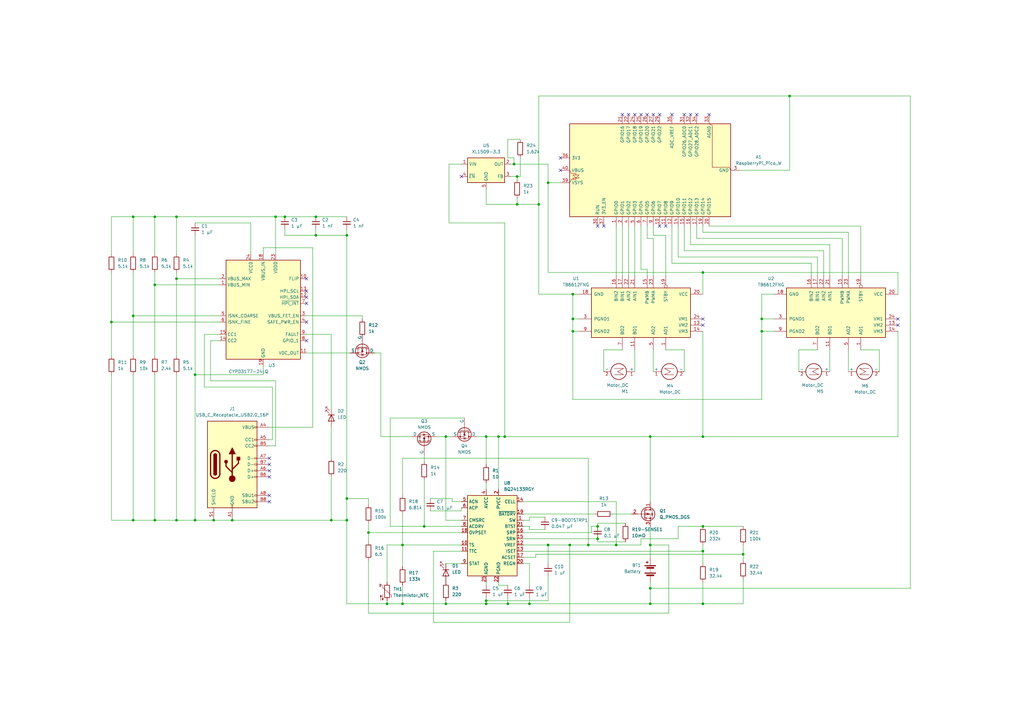
<source format=kicad_sch>
(kicad_sch (version 20250114) (generator "eeschema") (generator_version "9.0")
  (paper "A3")
  (lib_symbols
    (symbol "Battery_Management:BQ24133RGY"
      (property "Reference" "U" (at -8.89 19.05 0))
      (property "Value" "BQ24133RGY" (at 7.62 19.05 0))
      (symbol "BQ24133RGY_1_1"
        (pin input line (at -12.7 15.24 0) (length 2.54) (name "ACN") (number "5"))
        (pin input line (at -12.7 12.7 0) (length 2.54) (name "ACP") (number "6"))
        (pin output line (at -12.7 7.62 0) (length 2.54) (name "CMSRC") (number "7"))
        (pin output line (at -12.7 5.08 0) (length 2.54) (name "ACDRV") (number "8"))
        (pin input line (at -12.7 2.54 0) (length 2.54) (name "OVPSET") (number "18"))
        (pin input line (at -12.7 -2.54 0) (length 2.54) (name "TS") (number "10"))
        (pin passive line (at -12.7 -5.08 0) (length 2.54) (name "TTC") (number "11"))
        (pin open_collector line (at -12.7 -10.16 0) (length 2.54) (name "STAT") (number "9"))
        (pin power_in line (at -2.54 20.32 270) (length 2.54) (name "AVCC") (number "4"))
        (pin power_in line (at -2.54 -17.78 90) (length 2.54) (name "AGND") (number "25"))
        (pin power_in line (at 2.54 20.32 270) (length 2.54) (name "PVCC") (number "2"))
        (pin passive line (at 2.54 20.32 270) (length 2.54) (hide yes) (name "PVCC") (number "3"))
        (pin power_in line (at 2.54 -17.78 90) (length 2.54) (name "PGND") (number "22"))
        (pin passive line (at 2.54 -17.78 90) (length 2.54) (hide yes) (name "PGND") (number "23"))
        (pin passive line (at 12.7 15.24 180) (length 2.54) (name "CELL") (number "14"))
        (pin output line (at 12.7 10.16 180) (length 2.54) (name "~{BATDRV}") (number "19"))
        (pin power_out line (at 12.7 7.62 180) (length 2.54) (name "SW") (number "1"))
        (pin passive line (at 12.7 7.62 180) (length 2.54) (hide yes) (name "SW") (number "24"))
        (pin passive line (at 12.7 5.08 180) (length 2.54) (name "BTST") (number "21"))
        (pin input line (at 12.7 2.54 180) (length 2.54) (name "SRP") (number "16"))
        (pin input line (at 12.7 0 180) (length 2.54) (name "SRN") (number "15"))
        (pin power_out line (at 12.7 -2.54 180) (length 2.54) (name "VREF") (number "12"))
        (pin input line (at 12.7 -5.08 180) (length 2.54) (name "ISET") (number "13"))
        (pin input line (at 12.7 -7.62 180) (length 2.54) (name "ACSET") (number "17"))
        (pin passive line (at 12.7 -10.16 180) (length 2.54) (name "REGN") (number "20"))
      )
    )
    (symbol "Connector:USB_C_Receptacle_USB2.0_16P" (pin_names (offset 1.016))
      (property "Reference" "J" (at 0 22.225 0))
      (property "Value" "USB_C_Receptacle_USB2.0_16P" (at 0 19.685 0))
      (symbol "USB_C_Receptacle_USB2.0_16P_1_1"
        (pin passive line (at -7.62 -22.86 90) (length 5.08) (name "SHIELD") (number "S1"))
        (pin passive line (at 0 -22.86 90) (length 5.08) (name "GND") (number "A1"))
        (pin passive line (at 0 -22.86 90) (length 5.08) (hide yes) (name "GND") (number "A12"))
        (pin passive line (at 0 -22.86 90) (length 5.08) (hide yes) (name "GND") (number "B1"))
        (pin passive line (at 0 -22.86 90) (length 5.08) (hide yes) (name "GND") (number "B12"))
        (pin passive line (at 15.24 15.24 180) (length 5.08) (name "VBUS") (number "A4"))
        (pin passive line (at 15.24 15.24 180) (length 5.08) (hide yes) (name "VBUS") (number "A9"))
        (pin passive line (at 15.24 15.24 180) (length 5.08) (hide yes) (name "VBUS") (number "B4"))
        (pin passive line (at 15.24 15.24 180) (length 5.08) (hide yes) (name "VBUS") (number "B9"))
        (pin bidirectional line (at 15.24 10.16 180) (length 5.08) (name "CC1") (number "A5"))
        (pin bidirectional line (at 15.24 7.62 180) (length 5.08) (name "CC2") (number "B5"))
        (pin bidirectional line (at 15.24 2.54 180) (length 5.08) (name "D-") (number "A7"))
        (pin bidirectional line (at 15.24 0 180) (length 5.08) (name "D-") (number "B7"))
        (pin bidirectional line (at 15.24 -2.54 180) (length 5.08) (name "D+") (number "A6"))
        (pin bidirectional line (at 15.24 -5.08 180) (length 5.08) (name "D+") (number "B6"))
        (pin bidirectional line (at 15.24 -12.7 180) (length 5.08) (name "SBU1") (number "A8"))
        (pin bidirectional line (at 15.24 -15.24 180) (length 5.08) (name "SBU2") (number "B8"))
      )
    )
    (symbol "Device:Battery" (pin_numbers (hide yes)) (pin_names (offset 0) (hide yes))
      (property "Reference" "BT" (at 2.54 2.54 0))
      (property "Value" "Battery" (at 2.54 0 0))
      (symbol "Battery_1_1"
        (pin passive line (at 0 5.08 270) (length 2.54) (name "+") (number "1"))
        (pin passive line (at 0 -5.08 90) (length 2.54) (name "-") (number "2"))
      )
    )
    (symbol "Device:C_Small" (pin_numbers (hide yes)) (pin_names (offset 0.254) (hide yes))
      (property "Reference" "C" (at 0.254 1.778 0))
      (property "Value" "C_Small" (at 0.254 -2.032 0))
      (symbol "C_Small_1_1"
        (pin passive line (at 0 2.54 270) (length 2.032) (name "~") (number "1"))
        (pin passive line (at 0 -2.54 90) (length 2.032) (name "~") (number "2"))
      )
    )
    (symbol "Device:LED" (pin_numbers (hide yes)) (pin_names (offset 1.016) (hide yes))
      (property "Reference" "D" (at 0 2.54 0))
      (property "Value" "LED" (at 0 -2.54 0))
      (symbol "LED_1_1"
        (pin passive line (at -3.81 0 0) (length 2.54) (name "K") (number "1"))
        (pin passive line (at 3.81 0 180) (length 2.54) (name "A") (number "2"))
      )
    )
    (symbol "Device:R" (pin_numbers (hide yes)) (pin_names (offset 0))
      (property "Reference" "R" (at 2.032 0 90))
      (property "Value" "R" (at 0 0 90))
      (symbol "R_1_1"
        (pin passive line (at 0 3.81 270) (length 1.27) (name "~") (number "1"))
        (pin passive line (at 0 -3.81 90) (length 1.27) (name "~") (number "2"))
      )
    )
    (symbol "Device:Thermistor_NTC" (pin_numbers (hide yes)) (pin_names (offset 0))
      (property "Reference" "TH" (at -4.445 0 90))
      (property "Value" "Thermistor_NTC" (at 3.175 0 90))
      (symbol "Thermistor_NTC_1_1"
        (pin passive line (at 0 3.81 270) (length 1.27) (name "~") (number "1"))
        (pin passive line (at 0 -3.81 90) (length 1.27) (name "~") (number "2"))
      )
    )
    (symbol "Driver_Motor:TB6612FNG" (pin_names (offset 1.016))
      (property "Reference" "U" (at 11.43 17.78 0))
      (property "Value" "TB6612FNG" (at 11.43 15.24 0))
      (symbol "TB6612FNG_1_1"
        (pin input inverted (at -15.24 10.16 0) (length 5.08) (name "STBY") (number "19"))
        (pin input line (at -15.24 5.08 0) (length 5.08) (name "PWMA") (number "23"))
        (pin input line (at -15.24 2.54 0) (length 5.08) (name "PWMB") (number "15"))
        (pin input line (at -15.24 -2.54 0) (length 5.08) (name "AIN1") (number "21"))
        (pin input line (at -15.24 -5.08 0) (length 5.08) (name "AIN2") (number "22"))
        (pin input line (at -15.24 -7.62 0) (length 5.08) (name "BIN1") (number "17"))
        (pin input line (at -15.24 -10.16 0) (length 5.08) (name "BIN2") (number "16"))
        (pin power_in line (at -7.62 25.4 270) (length 5.08) (name "VCC") (number "20"))
        (pin power_in line (at -7.62 -25.4 90) (length 5.08) (name "GND") (number "18"))
        (pin power_in line (at 2.54 25.4 270) (length 5.08) (name "VM1") (number "24"))
        (pin power_in line (at 2.54 -25.4 90) (length 5.08) (name "PGND1") (number "3"))
        (pin passive line (at 2.54 -25.4 90) (length 5.08) (hide yes) (name "PGND1") (number "4"))
        (pin power_in line (at 5.08 25.4 270) (length 5.08) (name "VM2") (number "13"))
        (pin power_in line (at 7.62 25.4 270) (length 5.08) (name "VM3") (number "14"))
        (pin passive line (at 7.62 -25.4 90) (length 5.08) (hide yes) (name "PGND2") (number "10"))
        (pin power_in line (at 7.62 -25.4 90) (length 5.08) (name "PGND2") (number "9"))
        (pin output line (at 15.24 10.16 180) (length 5.08) (name "AO1") (number "1"))
        (pin passive line (at 15.24 10.16 180) (length 5.08) (hide yes) (name "AO1") (number "2"))
        (pin output line (at 15.24 5.08 180) (length 5.08) (name "AO2") (number "5"))
        (pin passive line (at 15.24 5.08 180) (length 5.08) (hide yes) (name "AO2") (number "6"))
        (pin output line (at 15.24 -2.54 180) (length 5.08) (name "BO1") (number "11"))
        (pin passive line (at 15.24 -2.54 180) (length 5.08) (hide yes) (name "BO1") (number "12"))
        (pin output line (at 15.24 -7.62 180) (length 5.08) (name "BO2") (number "7"))
        (pin passive line (at 15.24 -7.62 180) (length 5.08) (hide yes) (name "BO2") (number "8"))
      )
    )
    (symbol "Interface_USB:CYPD3177-24LQ"
      (property "Reference" "U" (at -13.97 21.59 0))
      (property "Value" "CYPD3177-24LQ" (at 10.16 -21.59 0))
      (symbol "CYPD3177-24LQ_1_1"
        (pin input line (at -17.78 12.7 0) (length 2.54) (name "VBUS_MAX") (number "2"))
        (pin input line (at -17.78 10.16 0) (length 2.54) (name "VBUS_MIN") (number "1"))
        (pin input line (at -17.78 -2.54 0) (length 2.54) (name "ISNK_COARSE") (number "5"))
        (pin input line (at -17.78 -5.08 0) (length 2.54) (name "ISNK_FINE") (number "6"))
        (pin bidirectional line (at -17.78 -10.16 0) (length 2.54) (name "CC1") (number "15"))
        (pin bidirectional line (at -17.78 -12.7 0) (length 2.54) (name "CC2") (number "14"))
        (pin no_connect line (at -15.24 5.08 0) (length 2.54) (hide yes) (name "NC") (number "17"))
        (pin no_connect line (at -15.24 2.54 0) (length 2.54) (hide yes) (name "NC") (number "16"))
        (pin power_out line (at -5.08 22.86 270) (length 2.54) (name "VCCD") (number "24"))
        (pin power_in line (at 0 22.86 270) (length 2.54) (name "VBUS_IN") (number "18"))
        (pin power_in line (at 0 -22.86 90) (length 2.54) (name "GND") (number "19"))
        (pin passive line (at 0 -22.86 90) (length 2.54) (hide yes) (name "GND") (number "22"))
        (pin passive line (at 0 -22.86 90) (length 2.54) (hide yes) (name "GND") (number "25"))
        (pin power_out line (at 5.08 22.86 270) (length 2.54) (name "VDDD") (number "23"))
        (pin no_connect line (at 15.24 17.78 180) (length 2.54) (hide yes) (name "NC") (number "20"))
        (pin no_connect line (at 15.24 15.24 180) (length 2.54) (hide yes) (name "NC") (number "21"))
        (pin output line (at 17.78 12.7 180) (length 2.54) (name "FLIP") (number "10"))
        (pin bidirectional line (at 17.78 7.62 180) (length 2.54) (name "HPI_SCL") (number "13"))
        (pin bidirectional line (at 17.78 5.08 180) (length 2.54) (name "HPI_SDA") (number "12"))
        (pin input line (at 17.78 2.54 180) (length 2.54) (name "~{HPI_INT}") (number "7"))
        (pin output line (at 17.78 -2.54 180) (length 2.54) (name "VBUS_FET_EN") (number "3"))
        (pin output line (at 17.78 -5.08 180) (length 2.54) (name "SAFE_PWR_EN") (number "4"))
        (pin output line (at 17.78 -10.16 180) (length 2.54) (name "FAULT") (number "9"))
        (pin bidirectional line (at 17.78 -12.7 180) (length 2.54) (name "GPIO_1") (number "8"))
        (pin output line (at 17.78 -17.78 180) (length 2.54) (name "VDC_OUT") (number "11"))
      )
    )
    (symbol "MCU_Module:RaspberryPi_Pico_W" (pin_names (offset 0.762))
      (property "Reference" "A" (at -19.05 35.56 0))
      (property "Value" "RaspberryPi_Pico_W" (at 7.62 35.56 0))
      (symbol "RaspberryPi_Pico_W_1_1"
        (pin passive line (at -22.86 22.86 0) (length 3.81) (name "RUN") (number "30"))
        (pin passive line (at -22.86 20.32 0) (length 3.81) (name "3V3_EN") (number "37"))
        (pin bidirectional line (at -22.86 15.24 0) (length 3.81) (name "GPIO0") (number "1"))
        (pin bidirectional line (at -22.86 12.7 0) (length 3.81) (name "GPIO1") (number "2"))
        (pin bidirectional line (at -22.86 10.16 0) (length 3.81) (name "GPIO2") (number "4"))
        (pin bidirectional line (at -22.86 7.62 0) (length 3.81) (name "GPIO3") (number "5"))
        (pin bidirectional line (at -22.86 5.08 0) (length 3.81) (name "GPIO4") (number "6"))
        (pin bidirectional line (at -22.86 2.54 0) (length 3.81) (name "GPIO5") (number "7"))
        (pin bidirectional line (at -22.86 0 0) (length 3.81) (name "GPIO6") (number "9"))
        (pin bidirectional line (at -22.86 -2.54 0) (length 3.81) (name "GPIO7") (number "10"))
        (pin bidirectional line (at -22.86 -5.08 0) (length 3.81) (name "GPIO8") (number "11"))
        (pin bidirectional line (at -22.86 -7.62 0) (length 3.81) (name "GPIO9") (number "12"))
        (pin bidirectional line (at -22.86 -10.16 0) (length 3.81) (name "GPIO10") (number "14"))
        (pin bidirectional line (at -22.86 -12.7 0) (length 3.81) (name "GPIO11") (number "15"))
        (pin bidirectional line (at -22.86 -15.24 0) (length 3.81) (name "GPIO12") (number "16"))
        (pin bidirectional line (at -22.86 -17.78 0) (length 3.81) (name "GPIO13") (number "17"))
        (pin bidirectional line (at -22.86 -20.32 0) (length 3.81) (name "GPIO14") (number "19"))
        (pin bidirectional line (at -22.86 -22.86 0) (length 3.81) (name "GPIO15") (number "20"))
        (pin power_in line (at -5.08 38.1 270) (length 3.81) (name "VSYS") (number "39"))
        (pin power_out line (at 0 38.1 270) (length 3.81) (name "VBUS") (number "40"))
        (pin passive line (at 0 -35.56 90) (length 3.81) (hide yes) (name "GND") (number "13"))
        (pin passive line (at 0 -35.56 90) (length 3.81) (hide yes) (name "GND") (number "18"))
        (pin passive line (at 0 -35.56 90) (length 3.81) (hide yes) (name "GND") (number "23"))
        (pin passive line (at 0 -35.56 90) (length 3.81) (hide yes) (name "GND") (number "28"))
        (pin power_out line (at 0 -35.56 90) (length 3.81) (name "GND") (number "3"))
        (pin passive line (at 0 -35.56 90) (length 3.81) (hide yes) (name "GND") (number "38"))
        (pin passive line (at 0 -35.56 90) (length 3.81) (hide yes) (name "GND") (number "8"))
        (pin power_out line (at 5.08 38.1 270) (length 3.81) (name "3V3") (number "36"))
        (pin bidirectional line (at 22.86 12.7 180) (length 3.81) (name "GPIO16") (number "21"))
        (pin bidirectional line (at 22.86 10.16 180) (length 3.81) (name "GPIO17") (number "22"))
        (pin bidirectional line (at 22.86 7.62 180) (length 3.81) (name "GPIO18") (number "24"))
        (pin bidirectional line (at 22.86 5.08 180) (length 3.81) (name "GPIO19") (number "25"))
        (pin bidirectional line (at 22.86 2.54 180) (length 3.81) (name "GPIO20") (number "26"))
        (pin bidirectional line (at 22.86 0 180) (length 3.81) (name "GPIO21") (number "27"))
        (pin bidirectional line (at 22.86 -2.54 180) (length 3.81) (name "GPIO22") (number "29"))
        (pin power_in line (at 22.86 -7.62 180) (length 3.81) (name "ADC_VREF") (number "35"))
        (pin bidirectional line (at 22.86 -12.7 180) (length 3.81) (name "GPIO26_ADC0") (number "31"))
        (pin bidirectional line (at 22.86 -15.24 180) (length 3.81) (name "GPIO27_ADC1") (number "32"))
        (pin bidirectional line (at 22.86 -17.78 180) (length 3.81) (name "GPIO28_ADC2") (number "34"))
        (pin power_out line (at 22.86 -22.86 180) (length 3.81) (name "AGND") (number "33"))
      )
    )
    (symbol "Motor:Motor_DC" (pin_names (offset 0))
      (property "Reference" "M" (at 2.54 2.54 0))
      (property "Value" "Motor_DC" (at 2.54 -5.08 0))
      (symbol "Motor_DC_1_1"
        (pin passive line (at 0 5.08 270) (length 2.54) (name "+") (number "1"))
        (pin passive line (at 0 -7.62 90) (length 2.54) (name "-") (number "2"))
      )
    )
    (symbol "Regulator_Switching:XL1509-3.3"
      (property "Reference" "U" (at -7.112 6.096 0))
      (property "Value" "XL1509-3.3" (at 5.842 6.096 0))
      (symbol "XL1509-3.3_1_1"
        (pin power_in line (at -10.16 2.54 0) (length 2.54) (name "VIN") (number "1"))
        (pin input line (at -10.16 -2.54 0) (length 2.54) (name "~{EN}") (number "4"))
        (pin power_in line (at 0 -7.62 90) (length 2.54) (name "GND") (number "5"))
        (pin passive line (at 0 -7.62 90) (length 2.54) (hide yes) (name "GND") (number "6"))
        (pin passive line (at 0 -7.62 90) (length 2.54) (hide yes) (name "GND") (number "7"))
        (pin passive line (at 0 -7.62 90) (length 2.54) (hide yes) (name "GND") (number "8"))
        (pin power_out line (at 10.16 2.54 180) (length 2.54) (name "OUT") (number "2"))
        (pin input line (at 10.16 -2.54 180) (length 2.54) (name "FB") (number "3"))
      )
    )
    (symbol "Simulation_SPICE:NMOS" (pin_numbers (hide yes)) (pin_names (offset 0))
      (property "Reference" "Q" (at 5.08 1.27 0))
      (property "Value" "NMOS" (at 5.08 -1.27 0))
      (symbol "NMOS_1_1"
        (pin input line (at -5.08 0 0) (length 2.54) (name "G") (number "2"))
        (pin passive line (at 2.54 5.08 270) (length 2.54) (name "D") (number "1"))
        (pin passive line (at 2.54 -5.08 90) (length 2.54) (name "S") (number "3"))
      )
    )
    (symbol "Transistor_FET:Q_PMOS_DGS" (pin_names (offset 0) (hide yes))
      (property "Reference" "Q" (at 5.08 1.905 0))
      (property "Value" "Q_PMOS_DGS" (at 5.08 0 0))
      (symbol "Q_PMOS_DGS_1_1"
        (pin input line (at -5.08 0 0) (length 2.54) (name "G") (number "2"))
        (pin passive line (at 2.54 5.08 270) (length 2.54) (name "D") (number "1"))
        (pin passive line (at 2.54 -5.08 90) (length 2.54) (name "S") (number "3"))
      )
    )
  )
  (junction (at 54.61 213.36))
  (junction (at 210.82 67.31))
  (junction (at 312.42 130.81))
  (junction (at 87.63 213.36))
  (junction (at 182.88 179.07))
  (junction (at 288.29 215.9))
  (junction (at 199.39 179.07))
  (junction (at 72.39 213.36))
  (junction (at 208.28 247.65))
  (junction (at 95.25 213.36))
  (junction (at 142.24 96.52))
  (junction (at 288.29 179.07))
  (junction (at 220.98 83.82))
  (junction (at 288.29 226.06))
  (junction (at 288.29 111.76))
  (junction (at 129.54 96.52))
  (junction (at 54.61 88.9))
  (junction (at 323.85 39.37))
  (junction (at 165.1 223.52))
  (junction (at 72.39 88.9))
  (junction (at 241.3 223.52))
  (junction (at 63.5 213.36))
  (junction (at 54.61 129.54))
  (junction (at 245.11 215.9))
  (junction (at 165.1 247.65))
  (junction (at 182.88 247.65))
  (junction (at 158.75 247.65))
  (junction (at 233.68 223.52))
  (junction (at 266.7 179.07))
  (junction (at 173.99 215.9))
  (junction (at 212.09 83.82))
  (junction (at 234.95 120.65))
  (junction (at 142.24 213.36))
  (junction (at 252.73 223.52))
  (junction (at 80.01 153.67))
  (junction (at 224.79 223.52))
  (junction (at 266.7 223.52))
  (junction (at 304.8 227.33))
  (junction (at 45.72 132.08))
  (junction (at 63.5 88.9))
  (junction (at 116.84 88.9))
  (junction (at 266.7 241.3))
  (junction (at 224.79 74.93))
  (junction (at 207.01 179.07))
  (junction (at 212.09 72.39))
  (junction (at 113.03 88.9))
  (junction (at 151.13 218.44))
  (junction (at 72.39 114.3))
  (junction (at 266.7 247.65))
  (junction (at 142.24 204.47))
  (junction (at 217.17 247.65))
  (junction (at 245.11 220.98))
  (junction (at 129.54 88.9))
  (junction (at 288.29 247.65))
  (junction (at 63.5 116.84))
  (junction (at 234.95 130.81))
  (junction (at 135.89 213.36))
  (junction (at 80.01 213.36))
  (junction (at 234.95 135.89))
  (junction (at 199.39 247.65))
  (junction (at 199.39 246.38))
  (junction (at 204.47 179.07))
  (junction (at 312.42 135.89))
  (no_connect (at 262.89 46.99))
  (no_connect (at 273.05 92.71))
  (no_connect (at 368.3 130.81))
  (no_connect (at 280.67 46.99))
  (no_connect (at 110.49 203.2))
  (no_connect (at 257.81 46.99))
  (no_connect (at 288.29 133.35))
  (no_connect (at 247.65 92.71))
  (no_connect (at 125.73 132.08))
  (no_connect (at 110.49 190.5))
  (no_connect (at 270.51 46.99))
  (no_connect (at 275.59 46.99))
  (no_connect (at 255.27 46.99))
  (no_connect (at 110.49 205.74))
  (no_connect (at 285.75 46.99))
  (no_connect (at 229.87 69.85))
  (no_connect (at 245.11 92.71))
  (no_connect (at 125.73 114.3))
  (no_connect (at 270.51 92.71))
  (no_connect (at 125.73 139.7))
  (no_connect (at 288.29 130.81))
  (no_connect (at 265.43 46.99))
  (no_connect (at 368.3 133.35))
  (no_connect (at 189.23 72.39))
  (no_connect (at 260.35 46.99))
  (no_connect (at 125.73 121.92))
  (no_connect (at 267.97 46.99))
  (no_connect (at 110.49 195.58))
  (no_connect (at 110.49 187.96))
  (no_connect (at 125.73 119.38))
  (no_connect (at 229.87 64.77))
  (no_connect (at 283.21 46.99))
  (no_connect (at 110.49 193.04))
  (no_connect (at 290.83 46.99))
  (no_connect (at 125.73 124.46))
  (wire (pts (xy 204.47 179.07) (xy 207.01 179.07)))
  (wire (pts (xy 176.53 209.55) (xy 189.23 209.55)))
  (wire (pts (xy 125.73 129.54) (xy 148.59 129.54)))
  (wire (pts (xy 214.63 210.82) (xy 243.84 210.82)))
  (wire (pts (xy 373.38 241.3) (xy 373.38 39.37)))
  (wire (pts (xy 204.47 240.03) (xy 204.47 238.76)))
  (wire (pts (xy 208.28 240.03) (xy 204.47 240.03)))
  (wire (pts (xy 113.03 156.21) (xy 113.03 182.88)))
  (wire (pts (xy 54.61 129.54) (xy 54.61 146.05)))
  (wire (pts (xy 158.75 247.65) (xy 165.1 247.65)))
  (wire (pts (xy 290.83 92.71) (xy 353.06 92.71)))
  (wire (pts (xy 107.95 101.6) (xy 128.27 101.6)))
  (wire (pts (xy 213.36 72.39) (xy 212.09 72.39)))
  (wire (pts (xy 153.67 144.78) (xy 156.21 144.78)))
  (wire (pts (xy 347.98 95.25) (xy 288.29 95.25)))
  (wire (pts (xy 210.82 64.77) (xy 208.28 64.77)))
  (wire (pts (xy 288.29 111.76) (xy 288.29 120.65)))
  (wire (pts (xy 214.63 220.98) (xy 245.11 220.98)))
  (wire (pts (xy 288.29 226.06) (xy 288.29 231.14)))
  (wire (pts (xy 245.11 214.63) (xy 245.11 215.9)))
  (wire (pts (xy 45.72 111.76) (xy 45.72 132.08)))
  (wire (pts (xy 327.66 143.51) (xy 335.28 143.51)))
  (wire (pts (xy 160.02 215.9) (xy 160.02 171.45)))
  (wire (pts (xy 142.24 247.65) (xy 158.75 247.65)))
  (wire (pts (xy 54.61 213.36) (xy 63.5 213.36)))
  (wire (pts (xy 317.5 120.65) (xy 312.42 120.65)))
  (wire (pts (xy 347.98 113.03) (xy 347.98 95.25)))
  (wire (pts (xy 45.72 88.9) (xy 45.72 104.14)))
  (wire (pts (xy 185.42 204.47) (xy 176.53 204.47)))
  (wire (pts (xy 111.76 158.75) (xy 111.76 180.34)))
  (wire (pts (xy 158.75 223.52) (xy 158.75 238.76)))
  (wire (pts (xy 135.89 195.58) (xy 135.89 213.36)))
  (wire (pts (xy 340.36 100.33) (xy 340.36 113.03)))
  (wire (pts (xy 266.7 179.07) (xy 288.29 179.07)))
  (wire (pts (xy 182.88 179.07) (xy 185.42 179.07)))
  (wire (pts (xy 165.1 240.03) (xy 165.1 247.65)))
  (wire (pts (xy 280.67 102.87) (xy 280.67 92.71)))
  (wire (pts (xy 278.13 220.98) (xy 278.13 215.9)))
  (wire (pts (xy 233.68 255.27) (xy 233.68 223.52)))
  (wire (pts (xy 135.89 213.36) (xy 142.24 213.36)))
  (wire (pts (xy 184.15 67.31) (xy 189.23 67.31)))
  (wire (pts (xy 189.23 205.74) (xy 185.42 205.74)))
  (wire (pts (xy 212.09 81.28) (xy 212.09 83.82)))
  (wire (pts (xy 275.59 107.95) (xy 275.59 92.71)))
  (wire (pts (xy 214.63 213.36) (xy 217.17 213.36)))
  (wire (pts (xy 368.3 135.89) (xy 368.3 179.07)))
  (wire (pts (xy 45.72 213.36) (xy 54.61 213.36)))
  (wire (pts (xy 247.65 143.51) (xy 247.65 152.4)))
  (wire (pts (xy 288.29 223.52) (xy 288.29 226.06)))
  (wire (pts (xy 86.36 156.21) (xy 113.03 156.21)))
  (wire (pts (xy 173.99 215.9) (xy 160.02 215.9)))
  (wire (pts (xy 165.1 247.65) (xy 182.88 247.65)))
  (wire (pts (xy 285.75 97.79) (xy 345.44 97.79)))
  (wire (pts (xy 312.42 130.81) (xy 312.42 135.89)))
  (wire (pts (xy 247.65 143.51) (xy 255.27 143.51)))
  (wire (pts (xy 142.24 204.47) (xy 142.24 213.36)))
  (wire (pts (xy 107.95 153.67) (xy 80.01 153.67)))
  (wire (pts (xy 165.1 223.52) (xy 165.1 232.41)))
  (wire (pts (xy 83.82 137.16) (xy 83.82 158.75)))
  (wire (pts (xy 156.21 144.78) (xy 156.21 179.07)))
  (wire (pts (xy 234.95 120.65) (xy 237.49 120.65)))
  (wire (pts (xy 199.39 83.82) (xy 212.09 83.82)))
  (wire (pts (xy 129.54 88.9) (xy 142.24 88.9)))
  (wire (pts (xy 256.54 222.25) (xy 245.11 222.25)))
  (wire (pts (xy 260.35 92.71) (xy 260.35 113.03)))
  (wire (pts (xy 353.06 92.71) (xy 353.06 113.03)))
  (wire (pts (xy 256.54 214.63) (xy 245.11 214.63)))
  (wire (pts (xy 224.79 246.38) (xy 224.79 236.22)))
  (wire (pts (xy 199.39 245.11) (xy 199.39 246.38)))
  (wire (pts (xy 63.5 111.76) (xy 63.5 116.84)))
  (wire (pts (xy 72.39 114.3) (xy 90.17 114.3)))
  (wire (pts (xy 182.88 179.07) (xy 182.88 213.36)))
  (wire (pts (xy 266.7 223.52) (xy 266.7 228.6)))
  (wire (pts (xy 45.72 153.67) (xy 45.72 213.36)))
  (wire (pts (xy 209.55 67.31) (xy 210.82 67.31)))
  (wire (pts (xy 182.88 213.36) (xy 189.23 213.36)))
  (wire (pts (xy 217.17 247.65) (xy 266.7 247.65)))
  (wire (pts (xy 148.59 129.54) (xy 148.59 130.81)))
  (wire (pts (xy 63.5 88.9) (xy 63.5 104.14)))
  (wire (pts (xy 210.82 67.31) (xy 210.82 64.77)))
  (wire (pts (xy 208.28 64.77) (xy 208.28 57.15)))
  (wire (pts (xy 125.73 144.78) (xy 143.51 144.78)))
  (wire (pts (xy 257.81 92.71) (xy 257.81 113.03)))
  (wire (pts (xy 260.35 143.51) (xy 260.35 152.4)))
  (wire (pts (xy 90.17 139.7) (xy 86.36 139.7)))
  (wire (pts (xy 135.89 175.26) (xy 135.89 187.96)))
  (wire (pts (xy 111.76 180.34) (xy 110.49 180.34)))
  (wire (pts (xy 80.01 213.36) (xy 87.63 213.36)))
  (wire (pts (xy 107.95 149.86) (xy 107.95 153.67)))
  (wire (pts (xy 245.11 215.9) (xy 242.57 215.9)))
  (wire (pts (xy 241.3 223.52) (xy 233.68 223.52)))
  (wire (pts (xy 224.79 223.52) (xy 233.68 223.52)))
  (wire (pts (xy 207.01 91.44) (xy 184.15 91.44)))
  (wire (pts (xy 262.89 220.98) (xy 278.13 220.98)))
  (wire (pts (xy 182.88 247.65) (xy 199.39 247.65)))
  (wire (pts (xy 220.98 39.37) (xy 220.98 83.82)))
  (wire (pts (xy 304.8 223.52) (xy 304.8 227.33)))
  (wire (pts (xy 204.47 179.07) (xy 204.47 200.66)))
  (wire (pts (xy 45.72 88.9) (xy 54.61 88.9)))
  (wire (pts (xy 241.3 187.96) (xy 241.3 223.52)))
  (wire (pts (xy 165.1 223.52) (xy 165.1 210.7554)))
  (wire (pts (xy 177.8 255.27) (xy 233.68 255.27)))
  (wire (pts (xy 278.13 92.71) (xy 278.13 105.41)))
  (wire (pts (xy 72.39 88.9) (xy 72.39 104.14)))
  (wire (pts (xy 209.55 72.39) (xy 212.09 72.39)))
  (wire (pts (xy 252.73 205.74) (xy 252.73 223.52)))
  (wire (pts (xy 288.29 215.9) (xy 304.8 215.9)))
  (wire (pts (xy 335.28 105.41) (xy 335.28 113.03)))
  (wire (pts (xy 54.61 153.67) (xy 54.61 213.36)))
  (wire (pts (xy 223.52 217.17) (xy 217.17 217.17)))
  (wire (pts (xy 151.13 218.44) (xy 189.23 218.44)))
  (wire (pts (xy 107.95 104.14) (xy 107.95 101.6)))
  (wire (pts (xy 95.25 213.36) (xy 135.89 213.36)))
  (wire (pts (xy 102.87 91.44) (xy 80.01 91.44)))
  (wire (pts (xy 151.13 207.01) (xy 151.13 204.47)))
  (wire (pts (xy 208.28 245.11) (xy 208.28 247.65)))
  (wire (pts (xy 135.89 137.16) (xy 125.73 137.16)))
  (wire (pts (xy 165.1 223.52) (xy 189.23 223.52)))
  (wire (pts (xy 151.13 204.47) (xy 142.24 204.47)))
  (wire (pts (xy 337.82 102.87) (xy 280.67 102.87)))
  (wire (pts (xy 288.29 179.07) (xy 368.3 179.07)))
  (wire (pts (xy 63.5 116.84) (xy 63.5 146.05)))
  (wire (pts (xy 128.27 175.26) (xy 110.49 175.26)))
  (wire (pts (xy 158.75 246.38) (xy 158.75 247.65)))
  (wire (pts (xy 347.98 143.51) (xy 347.98 152.4)))
  (wire (pts (xy 288.29 111.76) (xy 368.3 111.76)))
  (wire (pts (xy 142.24 96.52) (xy 142.24 204.47)))
  (wire (pts (xy 199.39 198.12) (xy 199.39 200.66)))
  (wire (pts (xy 323.85 39.37) (xy 220.98 39.37)))
  (wire (pts (xy 266.7 215.9) (xy 266.7 223.52)))
  (wire (pts (xy 252.73 92.71) (xy 252.73 113.03)))
  (wire (pts (xy 54.61 88.9) (xy 54.61 104.14)))
  (wire (pts (xy 83.82 158.75) (xy 111.76 158.75)))
  (wire (pts (xy 217.17 212.09) (xy 223.52 212.09)))
  (wire (pts (xy 312.42 135.89) (xy 317.5 135.89)))
  (wire (pts (xy 72.39 213.36) (xy 80.01 213.36)))
  (wire (pts (xy 110.49 182.88) (xy 113.03 182.88)))
  (wire (pts (xy 195.58 179.07) (xy 199.39 179.07)))
  (wire (pts (xy 165.1 203.1354) (xy 165.1 187.96)))
  (wire (pts (xy 72.39 114.3) (xy 72.39 146.05)))
  (wire (pts (xy 274.32 251.46) (xy 274.32 223.52)))
  (wire (pts (xy 199.39 247.65) (xy 208.28 247.65)))
  (wire (pts (xy 207.01 91.44) (xy 207.01 179.07)))
  (wire (pts (xy 217.17 231.14) (xy 214.63 231.14)))
  (wire (pts (xy 304.8 227.33) (xy 304.8 229.87)))
  (wire (pts (xy 266.7 241.3) (xy 373.38 241.3)))
  (wire (pts (xy 199.39 190.5) (xy 199.39 179.07)))
  (wire (pts (xy 72.39 111.76) (xy 72.39 114.3)))
  (wire (pts (xy 340.36 143.51) (xy 340.36 152.4)))
  (wire (pts (xy 252.73 223.52) (xy 262.89 223.52)))
  (wire (pts (xy 63.5 213.36) (xy 72.39 213.36)))
  (wire (pts (xy 303.53 69.85) (xy 323.85 69.85)))
  (wire (pts (xy 185.42 205.74) (xy 185.42 204.47)))
  (wire (pts (xy 90.17 137.16) (xy 83.82 137.16)))
  (wire (pts (xy 45.72 132.08) (xy 45.72 146.05)))
  (wire (pts (xy 214.63 205.74) (xy 252.73 205.74)))
  (wire (pts (xy 72.39 153.67) (xy 72.39 213.36)))
  (wire (pts (xy 267.97 92.71) (xy 267.97 96.52)))
  (wire (pts (xy 182.88 231.14) (xy 189.23 231.14)))
  (wire (pts (xy 199.39 77.47) (xy 199.39 83.82)))
  (wire (pts (xy 177.8 226.06) (xy 177.8 255.27)))
  (wire (pts (xy 158.75 223.52) (xy 165.1 223.52)))
  (wire (pts (xy 142.24 213.36) (xy 142.24 247.65)))
  (wire (pts (xy 129.54 96.52) (xy 142.24 96.52)))
  (wire (pts (xy 72.39 88.9) (xy 63.5 88.9)))
  (wire (pts (xy 234.95 130.81) (xy 234.95 120.65)))
  (wire (pts (xy 63.5 88.9) (xy 54.61 88.9)))
  (wire (pts (xy 220.98 120.65) (xy 234.95 120.65)))
  (wire (pts (xy 208.28 57.15) (xy 213.36 57.15)))
  (wire (pts (xy 234.95 130.81) (xy 237.49 130.81)))
  (wire (pts (xy 266.7 205.74) (xy 266.7 179.07)))
  (wire (pts (xy 304.8 227.33) (xy 219.71 227.33)))
  (wire (pts (xy 135.89 137.16) (xy 135.89 167.64)))
  (wire (pts (xy 208.28 247.65) (xy 217.17 247.65)))
  (wire (pts (xy 234.95 135.89) (xy 237.49 135.89)))
  (wire (pts (xy 265.43 97.79) (xy 267.97 97.79)))
  (wire (pts (xy 217.17 245.11) (xy 217.17 247.65)))
  (wire (pts (xy 184.15 91.44) (xy 184.15 67.31)))
  (wire (pts (xy 332.74 107.95) (xy 275.59 107.95)))
  (wire (pts (xy 234.95 135.89) (xy 234.95 130.81)))
  (wire (pts (xy 63.5 153.67) (xy 63.5 213.36)))
  (wire (pts (xy 304.8 247.65) (xy 288.29 247.65)))
  (wire (pts (xy 288.29 135.89) (xy 288.29 179.07)))
  (wire (pts (xy 128.27 101.6) (xy 128.27 175.26)))
  (wire (pts (xy 219.71 227.33) (xy 219.71 228.6)))
  (wire (pts (xy 234.95 163.83) (xy 234.95 135.89)))
  (wire (pts (xy 199.39 246.38) (xy 224.79 246.38)))
  (wire (pts (xy 273.05 96.52) (xy 273.05 113.03)))
  (wire (pts (xy 156.21 179.07) (xy 168.91 179.07)))
  (wire (pts (xy 285.75 92.71) (xy 285.75 97.79)))
  (wire (pts (xy 113.03 88.9) (xy 116.84 88.9)))
  (wire (pts (xy 210.82 67.31) (xy 224.79 67.31)))
  (wire (pts (xy 90.17 132.08) (xy 45.72 132.08)))
  (wire (pts (xy 151.13 251.46) (xy 274.32 251.46)))
  (wire (pts (xy 262.89 110.49) (xy 265.43 110.49)))
  (wire (pts (xy 224.79 67.31) (xy 224.79 74.93)))
  (wire (pts (xy 278.13 215.9) (xy 288.29 215.9)))
  (wire (pts (xy 267.97 143.51) (xy 267.97 152.4)))
  (wire (pts (xy 224.79 111.76) (xy 288.29 111.76)))
  (wire (pts (xy 265.43 110.49) (xy 265.43 113.03)))
  (wire (pts (xy 262.89 223.52) (xy 262.89 220.98)))
  (wire (pts (xy 207.01 179.07) (xy 266.7 179.07)))
  (wire (pts (xy 368.3 111.76) (xy 368.3 120.65)))
  (wire (pts (xy 283.21 92.71) (xy 283.21 100.33)))
  (wire (pts (xy 189.23 209.55) (xy 189.23 208.28)))
  (wire (pts (xy 87.63 213.36) (xy 95.25 213.36)))
  (wire (pts (xy 213.36 64.77) (xy 213.36 72.39)))
  (wire (pts (xy 214.63 226.06) (xy 288.29 226.06)))
  (wire (pts (xy 255.27 92.71) (xy 255.27 113.03)))
  (wire (pts (xy 242.57 218.44) (xy 214.63 218.44)))
  (wire (pts (xy 86.36 139.7) (xy 86.36 156.21)))
  (wire (pts (xy 199.39 238.76) (xy 199.39 240.03)))
  (wire (pts (xy 173.99 215.9) (xy 189.23 215.9)))
  (wire (pts (xy 266.7 247.65) (xy 288.29 247.65)))
  (wire (pts (xy 173.99 215.9) (xy 173.99 196.85)))
  (wire (pts (xy 189.23 226.06) (xy 177.8 226.06)))
  (wire (pts (xy 173.99 186.69) (xy 173.99 189.23)))
  (wire (pts (xy 332.74 113.03) (xy 332.74 107.95)))
  (wire (pts (xy 278.13 105.41) (xy 335.28 105.41)))
  (wire (pts (xy 267.97 97.79) (xy 267.97 113.03)))
  (wire (pts (xy 288.29 95.25) (xy 288.29 92.71)))
  (wire (pts (xy 323.85 69.85) (xy 323.85 39.37)))
  (wire (pts (xy 165.1 187.96) (xy 241.3 187.96)))
  (wire (pts (xy 116.84 88.9) (xy 129.54 88.9)))
  (wire (pts (xy 234.95 163.83) (xy 312.42 163.83)))
  (wire (pts (xy 219.71 228.6) (xy 214.63 228.6)))
  (wire (pts (xy 54.61 111.76) (xy 54.61 129.54)))
  (wire (pts (xy 267.97 96.52) (xy 273.05 96.52)))
  (wire (pts (xy 273.05 143.51) (xy 280.67 143.51)))
  (wire (pts (xy 266.7 241.3) (xy 266.7 247.65)))
  (wire (pts (xy 262.89 92.71) (xy 262.89 110.49)))
  (wire (pts (xy 373.38 39.37) (xy 323.85 39.37)))
  (wire (pts (xy 327.66 152.4) (xy 327.66 143.51)))
  (wire (pts (xy 251.46 210.82) (xy 259.08 210.82)))
  (wire (pts (xy 199.39 246.38) (xy 199.39 247.65)))
  (wire (pts (xy 337.82 113.03) (xy 337.82 102.87)))
  (wire (pts (xy 151.13 214.63) (xy 151.13 218.44)))
  (wire (pts (xy 113.03 88.9) (xy 113.03 104.14)))
  (wire (pts (xy 116.84 96.52) (xy 129.54 96.52)))
  (wire (pts (xy 80.01 153.67) (xy 80.01 213.36)))
  (wire (pts (xy 151.13 229.87) (xy 151.13 251.46)))
  (wire (pts (xy 245.11 215.9) (xy 245.11 220.98)))
  (wire (pts (xy 179.07 179.07) (xy 182.88 179.07)))
  (wire (pts (xy 312.42 130.81) (xy 317.5 130.81)))
  (wire (pts (xy 353.06 143.51) (xy 360.68 143.51)))
  (wire (pts (xy 160.02 171.45) (xy 190.5 171.45)))
  (wire (pts (xy 312.42 135.89) (xy 312.42 163.83)))
  (wire (pts (xy 217.17 213.36) (xy 217.17 212.09)))
  (wire (pts (xy 242.57 215.9) (xy 242.57 218.44)))
  (wire (pts (xy 151.13 218.44) (xy 151.13 222.25)))
  (wire (pts (xy 224.79 231.14) (xy 224.79 223.52)))
  (wire (pts (xy 280.67 143.51) (xy 280.67 152.4)))
  (wire (pts (xy 304.8 237.49) (xy 304.8 247.65)))
  (wire (pts (xy 312.42 120.65) (xy 312.42 130.81)))
  (wire (pts (xy 360.68 143.51) (xy 360.68 152.4)))
  (wire (pts (xy 220.98 83.82) (xy 220.98 120.65)))
  (wire (pts (xy 245.11 222.25) (xy 245.11 220.98)))
  (wire (pts (xy 113.03 88.9) (xy 72.39 88.9)))
  (wire (pts (xy 212.09 72.39) (xy 212.09 73.66)))
  (wire (pts (xy 265.43 92.71) (xy 265.43 97.79)))
  (wire (pts (xy 90.17 129.54) (xy 54.61 129.54)))
  (wire (pts (xy 212.09 83.82) (xy 220.98 83.82)))
  (wire (pts (xy 283.21 100.33) (xy 340.36 100.33)))
  (wire (pts (xy 217.17 217.17) (xy 217.17 215.9)))
  (wire (pts (xy 224.79 223.52) (xy 214.63 223.52)))
  (wire (pts (xy 266.7 238.76) (xy 266.7 241.3)))
  (wire (pts (xy 129.54 93.98) (xy 129.54 96.52)))
  (wire (pts (xy 204.47 179.07) (xy 199.39 179.07)))
  (wire (pts (xy 63.5 116.84) (xy 90.17 116.84)))
  (wire (pts (xy 217.17 215.9) (xy 214.63 215.9)))
  (wire (pts (xy 80.01 96.52) (xy 80.01 153.67)))
  (wire (pts (xy 148.59 138.43) (xy 148.59 137.16)))
  (wire (pts (xy 288.29 238.76) (xy 288.29 247.65)))
  (wire (pts (xy 224.79 74.93) (xy 229.87 74.93)))
  (wire (pts (xy 182.88 246.38) (xy 182.88 247.65)))
  (wire (pts (xy 274.32 223.52) (xy 266.7 223.52)))
  (wire (pts (xy 345.44 97.79) (xy 345.44 113.03)))
  (wire (pts (xy 217.17 240.03) (xy 217.17 231.14)))
  (wire (pts (xy 102.87 104.14) (xy 102.87 91.44)))
  (wire (pts (xy 252.73 223.52) (xy 241.3 223.52)))
  (wire (pts (xy 116.84 93.98) (xy 116.84 96.52)))
  (wire (pts (xy 142.24 96.52) (xy 142.24 93.98)))
  (wire (pts (xy 224.79 74.93) (xy 224.79 111.76)))
  (symbol (lib_id "Device:R") (at 304.8 233.68 0) (unit 1)
    (property "Reference" "R22" (at 307.34 232.4099 0) (effects (justify left)))
    (property "Value" "32.4k" (at 307.34 234.9499 0) (effects (justify left)))
    (property "Footprint" "OptoDevice:R_LDR_5.2x5.2mm_P3.5mm_Horizontal" (effects (hide yes)))
    (property "Description" "Resistor" (effects (hide yes)))
  )
  (symbol (lib_id "Device:C_Small") (at 129.54 91.44 0) (unit 1)
    (property "Reference" "C2" (at 132.08 90.1762 0) (effects (justify left)))
    (property "Value" "1 nF" (at 132.08 92.7162 0) (effects (justify left)))
    (property "Footprint" "Capacitor_SMD:CP_Elec_3x5.3" (effects (hide yes)))
    (property "Description" "Unpolarized capacitor, small symbol" (effects (hide yes)))
  )
  (symbol (lib_id "Device:R") (at 212.09 77.47 180) (unit 1)
    (property "Reference" "R23" (at 214.63 76.1999 0) (effects (justify right)))
    (property "Value" "1k" (at 214.63 78.7399 0) (effects (justify right)))
    (property "Footprint" "OptoDevice:R_LDR_5.2x5.2mm_P3.5mm_Horizontal" (effects (hide yes)))
    (property "Description" "Resistor" (effects (hide yes)))
  )
  (symbol (lib_id "Connector:USB_C_Receptacle_USB2.0_16P") (at 95.25 190.5 0) (unit 1)
    (property "Reference" "J1" (at 95.25 167.64 0))
    (property "Value" "USB_C_Receptacle_USB2.0_16P" (at 95.25 170.18 0))
    (property "Footprint" "Connector_USB:USB_C_Receptacle_Amphenol_12401548E4-2A" (effects (hide yes)))
    (property "Datasheet" "https://www.usb.org/sites/default/files/documents/usb_type-c.zip" (effects (hide yes)))
    (property "Description" "USB 2.0-only 16P Type-C Receptacle connector" (effects (hide yes)))
  )
  (symbol (lib_id "Simulation_SPICE:NMOS") (at 148.59 142.24 270) (unit 1)
    (property "Reference" "Q2" (at 148.59 148.59 90))
    (property "Value" "NMOS" (at 148.59 151.13 90))
    (property "Footprint" "Package_TO_SOT_SMD:SOT-23" (effects (hide yes)))
    (property "Datasheet" "https://ngspice.sourceforge.io/docs/ngspice-html-manual/manual.xhtml#cha_MOSFETs" (effects (hide yes)))
    (property "Description" "N-MOSFET transistor, drain/source/gate" (effects (hide yes)))
    (property "Sim.Device" "NMOS" (effects (hide yes)))
    (property "Sim.Type" "VDMOS" (effects (hide yes)))
    (property "Sim.Pins" "1=D 2=G 3=S" (effects (hide yes)))
  )
  (symbol (lib_id "Motor:Motor_DC") (at 335.28 152.4 270) (unit 1)
    (property "Reference" "M5" (at 337.82 160.528 90) (effects (justify right)))
    (property "Value" "Motor_DC" (at 337.82 157.988 90) (effects (justify right)))
    (property "Footprint" "Motors:Vybronics_VZ30C1T8219732L" (effects (hide yes)))
    (property "Description" "DC Motor" (effects (hide yes)))
  )
  (symbol (lib_id "Device:R") (at 288.29 234.95 0) (unit 1)
    (property "Reference" "R19" (at 290.83 233.6799 0) (effects (justify left)))
    (property "Value" "32.4k" (at 290.83 236.2199 0) (effects (justify left)))
    (property "Footprint" "OptoDevice:R_LDR_5.2x5.2mm_P3.5mm_Horizontal" (effects (hide yes)))
    (property "Description" "Resistor" (effects (hide yes)))
  )
  (symbol (lib_id "Battery_Management:BQ24133RGY") (at 201.93 220.98 0) (unit 1)
    (property "Reference" "U8" (at 206.6133 198.12 0) (effects (justify left)))
    (property "Value" "BQ24133RGY" (at 206.6133 200.66 0) (effects (justify left)))
    (property "Footprint" "Package_DFN_QFN:Texas_RGY_R-PVQFN-N24_EP2.05x3.1mm" (effects (hide yes)))
    (property "Datasheet" "http://www.ti.com/lit/ds/symlink/bq24133.pdf" (effects (hide yes)))
    (property "Description" "Synchronous switched mode Li-Ion and Li-Polymer battery charger, integrated MOSFETs and power path selector, Texas R-PVQFN-N24" (effects (hide yes)))
  )
  (symbol (lib_id "Device:LED") (at 182.88 234.95 270) (unit 1)
    (property "Reference" "D1" (at 185.42 232.0924 90) (effects (justify left)))
    (property "Value" "LED" (at 185.42 234.6324 90) (effects (justify left)))
    (property "Footprint" "LED_THT:LED_D1.8mm_W1.8mm_H2.4mm_Horizontal_O1.27mm_Z1.6mm" (effects (hide yes)))
    (property "Description" "Light emitting diode" (effects (hide yes)))
    (property "Sim.Pins" "1=K 2=A" (effects (hide yes)))
  )
  (symbol (lib_id "Device:LED") (at 135.89 171.45 270) (unit 1)
    (property "Reference" "D2" (at 138.43 168.5924 90) (effects (justify left)))
    (property "Value" "LED" (at 138.43 171.1324 90) (effects (justify left)))
    (property "Footprint" "LED_THT:LED_D1.8mm_W1.8mm_H2.4mm_Horizontal_O1.27mm_Z1.6mm" (effects (hide yes)))
    (property "Description" "Light emitting diode" (effects (hide yes)))
    (property "Sim.Pins" "1=K 2=A" (effects (hide yes)))
  )
  (symbol (lib_id "Device:R") (at 304.8 219.71 0) (unit 1)
    (property "Reference" "R21" (at 307.34 218.4399 0) (effects (justify left)))
    (property "Value" "100k" (at 307.34 220.9799 0) (effects (justify left)))
    (property "Footprint" "OptoDevice:R_LDR_5.2x5.2mm_P3.5mm_Horizontal" (effects (hide yes)))
    (property "Description" "Resistor" (effects (hide yes)))
  )
  (symbol (lib_id "Device:C_Small") (at 224.79 233.68 0) (unit 1)
    (property "Reference" "C10" (at 227.33 232.4162 0) (effects (justify left)))
    (property "Value" "1 uF" (at 227.33 234.9562 0) (effects (justify left)))
    (property "Footprint" "Capacitor_SMD:CP_Elec_3x5.3" (effects (hide yes)))
    (property "Description" "Unpolarized capacitor, small symbol" (effects (hide yes)))
  )
  (symbol (lib_id "Device:Battery") (at 266.7 233.68 0) (mirror y) (unit 1)
    (property "Reference" "BT1" (at 262.89 231.8384 0) (effects (justify left)))
    (property "Value" "Battery" (at 262.89 234.3784 0) (effects (justify left)))
    (property "Footprint" "Battery:BatteryHolder_TruPower_BH-331P_3xAA" (effects (hide yes)))
    (property "Description" "Multiple-cell battery" (effects (hide yes)))
  )
  (symbol (lib_id "Device:R") (at 182.88 242.57 0) (unit 1)
    (property "Reference" "R3" (at 185.42 241.2999 0) (effects (justify left)))
    (property "Value" "220" (at 185.42 243.8399 0) (effects (justify left)))
    (property "Footprint" "OptoDevice:R_LDR_5.2x5.2mm_P3.5mm_Horizontal" (effects (hide yes)))
    (property "Description" "Resistor" (effects (hide yes)))
  )
  (symbol (lib_id "Motor:Motor_DC") (at 255.27 152.4 270) (unit 1)
    (property "Reference" "M1" (at 257.81 160.528 90) (effects (justify right)))
    (property "Value" "Motor_DC" (at 257.81 157.988 90) (effects (justify right)))
    (property "Footprint" "Motors:Vybronics_VZ30C1T8219732L" (effects (hide yes)))
    (property "Description" "DC Motor" (effects (hide yes)))
  )
  (symbol (lib_id "Device:R") (at 135.89 191.77 0) (unit 1)
    (property "Reference" "R2" (at 138.43 190.4999 0) (effects (justify left)))
    (property "Value" "220" (at 138.43 193.0399 0) (effects (justify left)))
    (property "Footprint" "OptoDevice:R_LDR_5.2x5.2mm_P3.5mm_Horizontal" (effects (hide yes)))
    (property "Description" "Resistor" (effects (hide yes)))
  )
  (symbol (lib_id "Device:R") (at 151.13 210.82 180) (unit 1)
    (property "Reference" "R15" (at 153.67 209.5499 0) (effects (justify right)))
    (property "Value" "100k" (at 153.67 212.0899 0) (effects (justify right)))
    (property "Footprint" "OptoDevice:R_LDR_5.2x5.2mm_P3.5mm_Horizontal" (effects (hide yes)))
    (property "Description" "Resistor" (effects (hide yes)))
  )
  (symbol (lib_id "Device:R") (at 173.99 193.04 180) (unit 1)
    (property "Reference" "R14" (at 176.53 191.7699 0) (effects (justify right)))
    (property "Value" "1k" (at 176.53 194.3099 0) (effects (justify right)))
    (property "Footprint" "OptoDevice:R_LDR_5.2x5.2mm_P3.5mm_Horizontal" (effects (hide yes)))
    (property "Description" "Resistor" (effects (hide yes)))
  )
  (symbol (lib_id "Device:R") (at 151.13 226.06 180) (unit 1)
    (property "Reference" "R16" (at 153.67 224.7899 0) (effects (justify right)))
    (property "Value" "6.5" (at 153.67 227.3299 0) (effects (justify right)))
    (property "Footprint" "OptoDevice:R_LDR_5.2x5.2mm_P3.5mm_Horizontal" (effects (hide yes)))
    (property "Description" "Resistor" (effects (hide yes)))
  )
  (symbol (lib_id "Device:R") (at 54.61 107.95 0) (unit 1)
    (property "Reference" "R8" (at 57.15 106.6799 0) (effects (justify left)))
    (property "Value" "5.1k" (at 57.15 109.2199 0) (effects (justify left)))
    (property "Footprint" "OptoDevice:R_LDR_5.2x5.2mm_P3.5mm_Horizontal" (effects (hide yes)))
    (property "Description" "Resistor" (effects (hide yes)))
  )
  (symbol (lib_id "Device:C_Small") (at 245.11 218.44 0) (unit 1)
    (property "Reference" "C8" (at 247.65 217.1762 0) (effects (justify left)))
    (property "Value" "0.1 µF" (at 247.65 219.7162 0) (effects (justify left)))
    (property "Description" "Unpolarized capacitor, small symbol" (effects (hide yes)))
  )
  (symbol (lib_id "Device:C_Small") (at 223.52 214.63 0) (unit 1)
    (property "Reference" "C9-BOOTSTRP1" (at 226.06 213.3662 0) (effects (justify left)))
    (property "Value" "0.047 µF" (at 226.06 215.9062 0) (effects (justify left)))
    (property "Description" "Unpolarized capacitor, small symbol" (effects (hide yes)))
  )
  (symbol (lib_id "Transistor_FET:Q_PMOS_DGS") (at 264.16 210.82 0) (unit 1)
    (property "Reference" "Q1" (at 270.51 209.5499 0) (effects (justify left)))
    (property "Value" "Q_PMOS_DGS" (at 270.51 212.0899 0) (effects (justify left)))
    (property "Footprint" "Package_TO_SOT_SMD:SOT-23" (effects (hide yes)))
    (property "Description" "P-MOSFET transistor, drain/gate/source" (effects (hide yes)))
  )
  (symbol (lib_id "Device:R") (at 213.36 60.96 180) (unit 1)
    (property "Reference" "R24" (at 215.9 59.6899 0) (effects (justify right)))
    (property "Value" "1.62k" (at 215.9 62.2299 0) (effects (justify right)))
    (property "Footprint" "OptoDevice:R_LDR_5.2x5.2mm_P3.5mm_Horizontal" (effects (hide yes)))
    (property "Description" "Resistor" (effects (hide yes)))
  )
  (symbol (lib_id "Device:R") (at 54.61 149.86 0) (unit 1)
    (property "Reference" "R9" (at 57.15 148.5899 0) (effects (justify left)))
    (property "Value" "10k" (at 57.15 151.1299 0) (effects (justify left)))
    (property "Footprint" "OptoDevice:R_LDR_5.2x5.2mm_P3.5mm_Horizontal" (effects (hide yes)))
    (property "Description" "Resistor" (effects (hide yes)))
  )
  (symbol (lib_id "Device:C_Small") (at 208.28 242.57 0) (unit 1)
    (property "Reference" "C6" (at 210.82 241.3062 0) (effects (justify left)))
    (property "Value" "1 uF" (at 210.82 243.8462 0) (effects (justify left)))
    (property "Footprint" "Capacitor_SMD:CP_Elec_3x5.3" (effects (hide yes)))
    (property "Description" "Unpolarized capacitor, small symbol" (effects (hide yes)))
  )
  (symbol (lib_id "Device:R") (at 288.29 219.71 0) (unit 1)
    (property "Reference" "R20" (at 290.83 218.4399 0) (effects (justify left)))
    (property "Value" "232k" (at 290.83 220.9799 0) (effects (justify left)))
    (property "Footprint" "OptoDevice:R_LDR_5.2x5.2mm_P3.5mm_Horizontal" (effects (hide yes)))
    (property "Description" "Resistor" (effects (hide yes)))
  )
  (symbol (lib_id "Device:C_Small") (at 199.39 242.57 0) (unit 1)
    (property "Reference" "C5" (at 201.93 241.3062 0) (effects (justify left)))
    (property "Value" "1 uF" (at 201.93 243.8462 0) (effects (justify left)))
    (property "Footprint" "Capacitor_SMD:CP_Elec_3x5.3" (effects (hide yes)))
    (property "Description" "Unpolarized capacitor, small symbol" (effects (hide yes)))
  )
  (symbol (lib_id "Simulation_SPICE:NMOS") (at 173.99 181.61 90) (unit 1)
    (property "Reference" "Q3" (at 173.99 172.72 90))
    (property "Value" "NMOS" (at 173.99 175.26 90))
    (property "Footprint" "Package_TO_SOT_SMD:SOT-23" (effects (hide yes)))
    (property "Datasheet" "https://ngspice.sourceforge.io/docs/ngspice-html-manual/manual.xhtml#cha_MOSFETs" (effects (hide yes)))
    (property "Description" "N-MOSFET transistor, drain/source/gate" (effects (hide yes)))
    (property "Sim.Device" "NMOS" (effects (hide yes)))
    (property "Sim.Type" "VDMOS" (effects (hide yes)))
    (property "Sim.Pins" "1=D 2=G 3=S" (effects (hide yes)))
  )
  (symbol (lib_id "Driver_Motor:TB6612FNG") (at 262.89 128.27 270) (unit 1)
    (property "Reference" "U1" (at 236.22 114.2298 90))
    (property "Value" "TB6612FNG" (at 236.22 116.7698 90))
    (property "Footprint" "Package_SO:SSOP-24_5.3x8.2mm_P0.65mm" (effects (hide yes)))
    (property "Datasheet" "https://toshiba.semicon-storage.com/us/product/linear/motordriver/detail.TB6612FNG.html" (effects (hide yes)))
    (property "Description" "Driver IC for Dual DC motor, SSOP-24" (effects (hide yes)))
  )
  (symbol (lib_id "Device:C_Small") (at 217.17 242.57 0) (unit 1)
    (property "Reference" "C9" (at 219.71 241.3062 0) (effects (justify left)))
    (property "Value" "1 µF" (at 219.71 243.8462 0) (effects (justify left)))
    (property "Description" "Unpolarized capacitor, small symbol" (effects (hide yes)))
  )
  (symbol (lib_id "Device:R") (at 63.5 107.95 0) (unit 1)
    (property "Reference" "R6" (at 66.04 106.6799 0) (effects (justify left)))
    (property "Value" "5.1k" (at 66.04 109.2199 0) (effects (justify left)))
    (property "Footprint" "OptoDevice:R_LDR_5.2x5.2mm_P3.5mm_Horizontal" (effects (hide yes)))
    (property "Description" "Resistor" (effects (hide yes)))
  )
  (symbol (lib_id "Device:C_Small") (at 142.24 91.44 0) (unit 1)
    (property "Reference" "C4" (at 144.78 90.1762 0) (effects (justify left)))
    (property "Value" "1 nF" (at 144.78 92.7162 0) (effects (justify left)))
    (property "Footprint" "Capacitor_SMD:CP_Elec_3x5.3" (effects (hide yes)))
    (property "Description" "Unpolarized capacitor, small symbol" (effects (hide yes)))
  )
  (symbol (lib_id "Device:Thermistor_NTC") (at 158.75 242.57 0) (unit 1)
    (property "Reference" "TH1" (at 161.29 241.6174 0) (effects (justify left)))
    (property "Value" "Thermistor_NTC" (at 161.29 244.1574 0) (effects (justify left)))
    (property "Description" "Temperature dependent resistor, negative temperature coefficient" (effects (hide yes)))
  )
  (symbol (lib_id "Simulation_SPICE:NMOS") (at 190.5 176.53 270) (unit 1)
    (property "Reference" "Q4" (at 190.5 182.88 90))
    (property "Value" "NMOS" (at 190.5 185.42 90))
    (property "Footprint" "Package_TO_SOT_SMD:SOT-23" (effects (hide yes)))
    (property "Datasheet" "https://ngspice.sourceforge.io/docs/ngspice-html-manual/manual.xhtml#cha_MOSFETs" (effects (hide yes)))
    (property "Description" "N-MOSFET transistor, drain/source/gate" (effects (hide yes)))
    (property "Sim.Device" "NMOS" (effects (hide yes)))
    (property "Sim.Type" "VDMOS" (effects (hide yes)))
    (property "Sim.Pins" "1=D 2=G 3=S" (effects (hide yes)))
  )
  (symbol (lib_id "Device:R") (at 256.54 218.44 0) (unit 1)
    (property "Reference" "R19-SENSE1" (at 259.08 217.1699 0) (effects (justify left)))
    (property "Value" "10mΩ" (at 259.08 219.7099 0) (effects (justify left)))
    (property "Description" "Resistor" (effects (hide yes)))
  )
  (symbol (lib_id "Interface_USB:CYPD3177-24LQ") (at 107.95 127 0) (unit 1)
    (property "Reference" "U3" (at 110.0933 149.86 0) (effects (justify left)))
    (property "Value" "CYPD3177-24LQ" (at 110.0933 152.4 0) (effects (justify right)))
    (property "Footprint" "Package_DFN_QFN:QFN-24-1EP_4x4mm_P0.5mm_EP2.75x2.75mm" (effects (hide yes)))
    (property "Datasheet" "https://www.infineon.com/dgdl/Infineon-EZ-PD_BCR_Datasheet_USB_Type-C_Port_Controller_for_Power_Sinks-DataSheet-v03_00-EN.pdf?fileId=8ac78c8c7d0d8da4017d0ee7ce9d70ad" (effects (hide yes)))
    (property "Description" "Stand-alone USB PD controller (with sink Auto-run mode), QFN-24" (effects (hide yes)))
  )
  (symbol (lib_id "Device:R") (at 199.39 194.31 0) (unit 1)
    (property "Reference" "R1" (at 201.93 193.0399 0) (effects (justify left)))
    (property "Value" "10" (at 201.93 195.5799 0) (effects (justify left)))
    (property "Footprint" "OptoDevice:R_LDR_5.2x5.2mm_P3.5mm_Horizontal" (effects (hide yes)))
    (property "Description" "Resistor" (effects (hide yes)))
  )
  (symbol (lib_id "Device:R") (at 72.39 149.86 0) (unit 1)
    (property "Reference" "R5" (at 74.93 148.5899 0) (effects (justify left)))
    (property "Value" "5.1k" (at 74.93 151.1299 0) (effects (justify left)))
    (property "Footprint" "OptoDevice:R_LDR_5.2x5.2mm_P3.5mm_Horizontal" (effects (hide yes)))
    (property "Description" "Resistor" (effects (hide yes)))
  )
  (symbol (lib_id "Device:R") (at 45.72 149.86 0) (unit 1)
    (property "Reference" "R11" (at 48.26 148.5899 0) (effects (justify left)))
    (property "Value" "1k" (at 48.26 151.1299 0) (effects (justify left)))
    (property "Footprint" "OptoDevice:R_LDR_5.2x5.2mm_P3.5mm_Horizontal" (effects (hide yes)))
    (property "Description" "Resistor" (effects (hide yes)))
  )
  (symbol (lib_id "Device:R") (at 63.5 149.86 0) (unit 1)
    (property "Reference" "R7" (at 66.04 148.5899 0) (effects (justify left)))
    (property "Value" "2.4k" (at 66.04 151.1299 0) (effects (justify left)))
    (property "Footprint" "OptoDevice:R_LDR_5.2x5.2mm_P3.5mm_Horizontal" (effects (hide yes)))
    (property "Description" "Resistor" (effects (hide yes)))
  )
  (symbol (lib_id "Motor:Motor_DC") (at 353.06 152.4 90) (unit 1)
    (property "Reference" "M6" (at 354.838 158.242 90))
    (property "Value" "Motor_DC" (at 354.838 160.782 90))
    (property "Footprint" "Motors:Vybronics_VZ30C1T8219732L" (effects (hide yes)))
    (property "Description" "DC Motor" (effects (hide yes)))
  )
  (symbol (lib_id "Device:C_Small") (at 80.01 93.98 0) (unit 1)
    (property "Reference" "C1" (at 82.55 92.7162 0) (effects (justify left)))
    (property "Value" "1 µF" (at 82.55 95.2562 0) (effects (justify left)))
    (property "Footprint" "Capacitor_SMD:CP_Elec_3x5.3" (effects (hide yes)))
    (property "Description" "Unpolarized capacitor, small symbol" (effects (hide yes)))
  )
  (symbol (lib_id "Device:R") (at 165.1 236.22 0) (unit 1)
    (property "Reference" "R17" (at 167.64 234.9499 0) (effects (justify left)))
    (property "Value" "133k" (at 167.64 237.4899 0) (effects (justify left)))
    (property "Footprint" "OptoDevice:R_LDR_5.2x5.2mm_P3.5mm_Horizontal" (effects (hide yes)))
    (property "Description" "Resistor" (effects (hide yes)))
  )
  (symbol (lib_id "Driver_Motor:TB6612FNG") (at 342.9 128.27 270) (unit 1)
    (property "Reference" "U2" (at 316.23 114.2298 90))
    (property "Value" "TB6612FNG" (at 316.23 116.7698 90))
    (property "Footprint" "Package_SO:SSOP-24_5.3x8.2mm_P0.65mm" (effects (hide yes)))
    (property "Datasheet" "https://toshiba.semicon-storage.com/us/product/linear/motordriver/detail.TB6612FNG.html" (effects (hide yes)))
    (property "Description" "Driver IC for Dual DC motor, SSOP-24" (effects (hide yes)))
  )
  (symbol (lib_id "Device:C_Small") (at 116.84 91.44 0) (unit 1)
    (property "Reference" "C3" (at 119.38 90.1762 0) (effects (justify left)))
    (property "Value" "1 µF" (at 119.38 92.7162 0) (effects (justify left)))
    (property "Footprint" "Capacitor_SMD:CP_Elec_3x5.3" (effects (hide yes)))
    (property "Description" "Unpolarized capacitor, small symbol" (effects (hide yes)))
  )
  (symbol (lib_id "Regulator_Switching:XL1509-3.3") (at 199.39 69.85 0) (unit 1)
    (property "Reference" "U5" (at 199.39 59.69 0))
    (property "Value" "XL1509-3.3" (at 199.39 62.23 0))
    (property "Footprint" "Package_SO:SOIC-8_3.9x4.9mm_P1.27mm" (effects (hide yes)))
    (property "Datasheet" "https://datasheet.lcsc.com/lcsc/1809050422_XLSEMI-XL1509-5-0E1_C61063.pdf" (effects (hide yes)))
    (property "Description" "Buck DC/DC Converter, 2A, 3.3V Output Voltage, 4.5-40V Input Voltage" (effects (hide yes)))
  )
  (symbol (lib_id "Device:R") (at 247.65 210.82 90) (unit 1)
    (property "Reference" "R13" (at 247.65 204.47 90))
    (property "Value" "1k" (at 247.65 207.01 90))
    (property "Footprint" "OptoDevice:R_LDR_5.2x5.2mm_P3.5mm_Horizontal" (effects (hide yes)))
    (property "Description" "Resistor" (effects (hide yes)))
  )
  (symbol (lib_id "Motor:Motor_DC") (at 273.05 152.4 90) (unit 1)
    (property "Reference" "M4" (at 274.828 158.242 90))
    (property "Value" "Motor_DC" (at 274.828 160.782 90))
    (property "Footprint" "Motors:Vybronics_VZ30C1T8219732L" (effects (hide yes)))
    (property "Description" "DC Motor" (effects (hide yes)))
  )
  (symbol (lib_id "Device:R") (at 165.1 206.9454 0) (unit 1)
    (property "Reference" "R18" (at 167.64 205.6753 0) (effects (justify left)))
    (property "Value" "6.81k" (at 167.64 208.2153 0) (effects (justify left)))
    (property "Footprint" "OptoDevice:R_LDR_5.2x5.2mm_P3.5mm_Horizontal" (effects (hide yes)))
    (property "Description" "Resistor" (effects (hide yes)))
  )
  (symbol (lib_id "Device:R") (at 148.59 134.62 0) (unit 1)
    (property "Reference" "R12" (at 151.13 133.3499 0) (effects (justify left)))
    (property "Value" "1k" (at 151.13 135.8899 0) (effects (justify left)))
    (property "Footprint" "OptoDevice:R_LDR_5.2x5.2mm_P3.5mm_Horizontal" (effects (hide yes)))
    (property "Description" "Resistor" (effects (hide yes)))
  )
  (symbol (lib_id "Device:R") (at 45.72 107.95 0) (unit 1)
    (property "Reference" "R10" (at 48.26 106.6799 0) (effects (justify left)))
    (property "Value" "5.1k" (at 48.26 109.2199 0) (effects (justify left)))
    (property "Footprint" "OptoDevice:R_LDR_5.2x5.2mm_P3.5mm_Horizontal" (effects (hide yes)))
    (property "Description" "Resistor" (effects (hide yes)))
  )
  (symbol (lib_id "MCU_Module:RaspberryPi_Pico_W") (at 267.97 69.85 90) (unit 1)
    (property "Reference" "A1" (at 311.15 64.4046 90))
    (property "Value" "RaspberryPi_Pico_W" (at 311.15 66.9446 90))
    (property "Footprint" "Module:RaspberryPi_Pico_Common_THT" (effects (hide yes)))
    (property "Datasheet" "https://datasheets.raspberrypi.com/picow/pico-w-datasheet.pdf" (effects (hide yes)))
    (property "Description" "Versatile and inexpensive wireless microcontroller module powered by RP2040 dual-core Arm Cortex-M0+ processor up to 133 MHz, 264kB SRAM, 2MB QSPI flash, Infineon CYW43439 2.4GHz 802.11n wireless LAN; also supports Raspberry Pi Pico 2 W" (effects (hide yes)))
  )
  (symbol (lib_id "Device:C_Small") (at 176.53 207.01 0) (unit 1)
    (property "Reference" "C7" (at 179.07 205.7462 0) (effects (justify left)))
    (property "Value" "0.1 µF" (at 179.07 208.2862 0) (effects (justify left)))
    (property "Description" "Unpolarized capacitor, small symbol" (effects (hide yes)))
  )
  (symbol (lib_id "Device:R") (at 72.39 107.95 0) (unit 1)
    (property "Reference" "R4" (at 74.93 106.6799 0) (effects (justify left)))
    (property "Value" "5.1k" (at 74.93 109.2199 0) (effects (justify left)))
    (property "Footprint" "OptoDevice:R_LDR_5.2x5.2mm_P3.5mm_Horizontal" (effects (hide yes)))
    (property "Description" "Resistor" (effects (hide yes)))
  )
)
</source>
